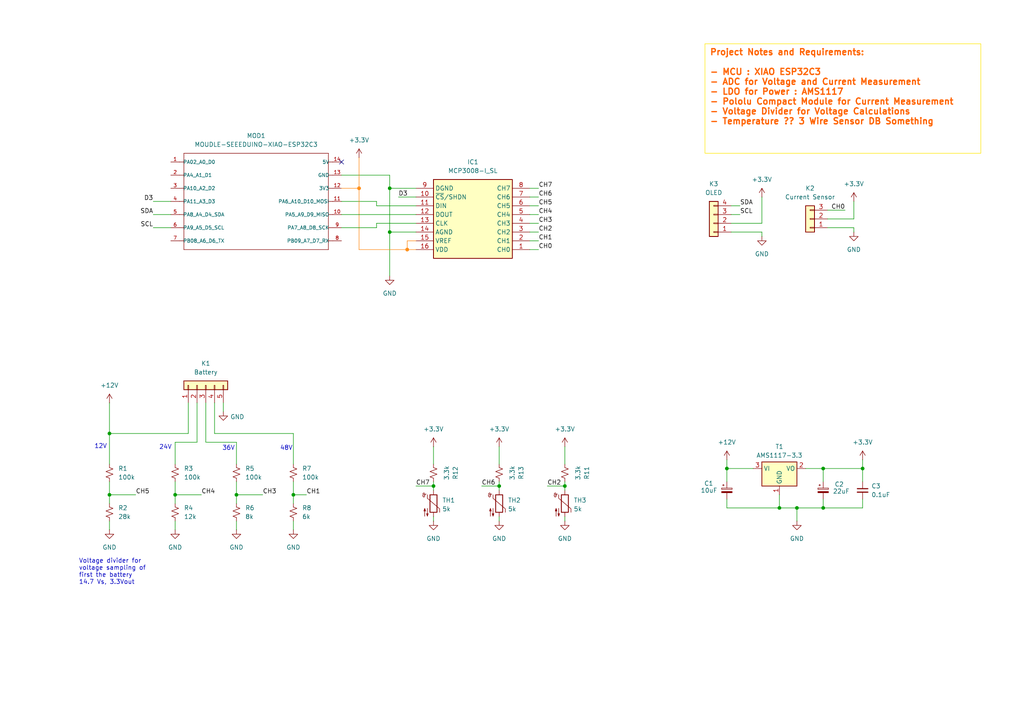
<source format=kicad_sch>
(kicad_sch (version 20231120) (generator "eeschema") (generator_version "8.0")
  (paper "A4")
  (title_block (title "Pb Monitor") (date "2025-01-29") (rev "v1.0") (company "Elektor") (comment 1 "Saad Imtiaz"))
  (lib_symbols
    (symbol "Connector_Generic:Conn_01x03" (pin_names (offset 1.016) hide)
      (property "Reference" "J" (at 0 5.08 0))
      (property "Value" "Conn_01x03" (at 0 -5.08 0))
      (symbol "Conn_01x03_1_1"
        (rectangle (start -1.27 -2.413) (end 0 -2.667) (stroke (width 0.1524)))
        (rectangle (start -1.27 0.127) (end 0 -0.127) (stroke (width 0.1524)))
        (rectangle (start -1.27 2.667) (end 0 2.413) (stroke (width 0.1524)))
        (rectangle (start -1.27 3.81) (end 1.27 -3.81) (stroke (width 0.254)) (fill (type background)))
        (pin passive line (at -5.08 2.54 0) (length 3.81) (name "Pin_1") (number "1"))
        (pin passive line (at -5.08 0 0) (length 3.81) (name "Pin_2") (number "2"))
        (pin passive line (at -5.08 -2.54 0) (length 3.81) (name "Pin_3") (number "3"))
      )
    )
    (symbol "Connector_Generic:Conn_01x04" (pin_names (offset 1.016) hide)
      (property "Reference" "J" (at 0 5.08 0))
      (property "Value" "Conn_01x04" (at 0 -7.62 0))
      (symbol "Conn_01x04_1_1"
        (rectangle (start -1.27 -4.953) (end 0 -5.207) (stroke (width 0.1524)))
        (rectangle (start -1.27 -2.413) (end 0 -2.667) (stroke (width 0.1524)))
        (rectangle (start -1.27 0.127) (end 0 -0.127) (stroke (width 0.1524)))
        (rectangle (start -1.27 2.667) (end 0 2.413) (stroke (width 0.1524)))
        (rectangle (start -1.27 3.81) (end 1.27 -6.35) (stroke (width 0.254)) (fill (type background)))
        (pin passive line (at -5.08 2.54 0) (length 3.81) (name "Pin_1") (number "1"))
        (pin passive line (at -5.08 0 0) (length 3.81) (name "Pin_2") (number "2"))
        (pin passive line (at -5.08 -2.54 0) (length 3.81) (name "Pin_3") (number "3"))
        (pin passive line (at -5.08 -5.08 0) (length 3.81) (name "Pin_4") (number "4"))
      )
    )
    (symbol "Connector_Generic:Conn_01x05" (pin_names (offset 1.016) hide)
      (property "Reference" "J" (at 0 7.62 0))
      (property "Value" "Conn_01x05" (at 0 -7.62 0))
      (symbol "Conn_01x05_1_1"
        (rectangle (start -1.27 -4.953) (end 0 -5.207) (stroke (width 0.1524)))
        (rectangle (start -1.27 -2.413) (end 0 -2.667) (stroke (width 0.1524)))
        (rectangle (start -1.27 0.127) (end 0 -0.127) (stroke (width 0.1524)))
        (rectangle (start -1.27 2.667) (end 0 2.413) (stroke (width 0.1524)))
        (rectangle (start -1.27 5.207) (end 0 4.953) (stroke (width 0.1524)))
        (rectangle (start -1.27 6.35) (end 1.27 -6.35) (stroke (width 0.254)) (fill (type background)))
        (pin passive line (at -5.08 5.08 0) (length 3.81) (name "Pin_1") (number "1"))
        (pin passive line (at -5.08 2.54 0) (length 3.81) (name "Pin_2") (number "2"))
        (pin passive line (at -5.08 0 0) (length 3.81) (name "Pin_3") (number "3"))
        (pin passive line (at -5.08 -2.54 0) (length 3.81) (name "Pin_4") (number "4"))
        (pin passive line (at -5.08 -5.08 0) (length 3.81) (name "Pin_5") (number "5"))
      )
    )
    (symbol "Device:C_Polarized_Small" (pin_numbers hide) (pin_names (offset 0.254) hide)
      (property "Reference" "C" (at 0.254 1.778 0))
      (property "Value" "C_Polarized_Small" (at 0.254 -2.032 0))
      (symbol "C_Polarized_Small_0_1"
        (rectangle (start -1.524 -0.3048) (end 1.524 -0.6858) (fill (type outline)))
        (rectangle (start -1.524 0.6858) (end 1.524 0.3048))
        (polyline (pts (xy -1.27 1.524) (xy -0.762 1.524)))
        (polyline (pts (xy -1.016 1.27) (xy -1.016 1.778)))
      )
      (symbol "C_Polarized_Small_1_1"
        (pin passive line (at 0 2.54 270) (length 1.8542) (name "~") (number "1"))
        (pin passive line (at 0 -2.54 90) (length 1.8542) (name "~") (number "2"))
      )
    )
    (symbol "Device:C_Small" (pin_numbers hide) (pin_names (offset 0.254) hide)
      (property "Reference" "C" (at 0.254 1.778 0))
      (property "Value" "C_Small" (at 0.254 -2.032 0))
      (symbol "C_Small_0_1"
        (polyline (pts (xy -1.524 -0.508) (xy 1.524 -0.508)) (stroke (width 0.3302)))
        (polyline (pts (xy -1.524 0.508) (xy 1.524 0.508)) (stroke (width 0.3048)))
      )
      (symbol "C_Small_1_1"
        (pin passive line (at 0 2.54 270) (length 2.032) (name "~") (number "1"))
        (pin passive line (at 0 -2.54 90) (length 2.032) (name "~") (number "2"))
      )
    )
    (symbol "Device:R_Small_US" (pin_numbers hide) (pin_names (offset 0.254) hide)
      (property "Reference" "R" (at 0.762 0.508 0))
      (property "Value" "R_Small_US" (at 0.762 -1.016 0))
      (symbol "R_Small_US_1_1"
        (polyline (pts (xy 0 0) (xy 1.016 -0.381) (xy 0 -0.762) (xy -1.016 -1.143) (xy 0 -1.524)))
        (polyline (pts (xy 0 1.524) (xy 1.016 1.143) (xy 0 0.762) (xy -1.016 0.381) (xy 0 0)))
        (pin passive line (at 0 2.54 270) (length 1.016) (name "~") (number "1"))
        (pin passive line (at 0 -2.54 90) (length 1.016) (name "~") (number "2"))
      )
    )
    (symbol "Device:Thermistor_NTC" (pin_numbers hide) (pin_names (offset 0))
      (property "Reference" "TH" (at -4.445 0 90))
      (property "Value" "Thermistor_NTC" (at 3.175 0 90))
      (symbol "Thermistor_NTC_0_1"
        (arc (start -3.048 2.159) (mid -3.0495 2.3143) (end -3.175 2.413))
        (arc (start -3.048 2.159) (mid -2.9736 1.9794) (end -2.794 1.905))
        (arc (start -3.048 2.794) (mid -2.9736 2.6144) (end -2.794 2.54))
        (arc (start -2.794 1.905) (mid -2.6144 1.9794) (end -2.54 2.159))
        (arc (start -2.794 2.54) (mid -2.4393 2.5587) (end -2.159 2.794))
        (arc (start -2.794 3.048) (mid -2.9736 2.9736) (end -3.048 2.794))
        (arc (start -2.54 2.794) (mid -2.6144 2.9736) (end -2.794 3.048))
        (rectangle (start -1.016 2.54) (end 1.016 -2.54) (stroke (width 0.254)))
        (polyline (pts (xy -2.54 2.159) (xy -2.54 2.794)))
        (polyline (pts (xy -1.778 2.54) (xy -1.778 1.524) (xy 1.778 -1.524) (xy 1.778 -2.54)))
        (polyline (pts (xy -2.54 -3.683) (xy -2.54 -1.397) (xy -2.794 -2.159) (xy -2.286 -2.159) (xy -2.54 -1.397) (xy -2.54 -1.651)) (fill (type outline)))
        (polyline (pts (xy -1.778 -1.397) (xy -1.778 -3.683) (xy -2.032 -2.921) (xy -1.524 -2.921) (xy -1.778 -3.683) (xy -1.778 -3.429)) (fill (type outline)))
      )
      (symbol "Thermistor_NTC_1_1"
        (pin passive line (at 0 3.81 270) (length 1.27) (name "~") (number "1"))
        (pin passive line (at 0 -3.81 90) (length 1.27) (name "~") (number "2"))
      )
    )
    (symbol "MOUDLE-SEEEDUINO-XIAO-ESP32C3:MOUDLE-SEEEDUINO-XIAO-ESP32C3" (pin_names (offset 1.016))
      (property "Reference" "U" (at -21.59 15.24 0))
      (property "Value" "MOUDLE-SEEEDUINO-XIAO-ESP32C3" (at -21.59 13.97 0))
      (symbol "MOUDLE-SEEEDUINO-XIAO-ESP32C3_0_0"
        (polyline (pts (xy -21.59 -13.97) (xy -21.59 0)) (stroke (width 0.1524)))
        (polyline (pts (xy -21.59 -11.43) (xy -22.86 -11.43)) (stroke (width 0.1524)))
        (polyline (pts (xy -21.59 -7.62) (xy -22.86 -7.62)) (stroke (width 0.1524)))
        (polyline (pts (xy -21.59 -3.81) (xy -22.86 -3.81)) (stroke (width 0.1524)))
        (polyline (pts (xy -21.59 0) (xy -22.86 0)) (stroke (width 0.1524)))
        (polyline (pts (xy -21.59 0) (xy -21.59 3.81)) (stroke (width 0.1524)))
        (polyline (pts (xy -21.59 3.81) (xy -22.86 3.81)) (stroke (width 0.1524)))
        (polyline (pts (xy -21.59 3.81) (xy -21.59 7.62)) (stroke (width 0.1524)))
        (polyline (pts (xy -21.59 7.62) (xy -22.86 7.62)) (stroke (width 0.1524)))
        (polyline (pts (xy -21.59 7.62) (xy -21.59 11.43)) (stroke (width 0.1524)))
        (polyline (pts (xy -21.59 11.43) (xy -22.86 11.43)) (stroke (width 0.1524)))
        (polyline (pts (xy -21.59 11.43) (xy -21.59 13.97)) (stroke (width 0.1524)))
        (polyline (pts (xy -21.59 13.97) (xy 20.32 13.97)) (stroke (width 0.1524)))
        (polyline (pts (xy 20.32 -13.97) (xy -21.59 -13.97)) (stroke (width 0.1524)))
        (polyline (pts (xy 20.32 3.81) (xy 20.32 -13.97)) (stroke (width 0.1524)))
        (polyline (pts (xy 20.32 7.62) (xy 20.32 3.81)) (stroke (width 0.1524)))
        (polyline (pts (xy 20.32 11.43) (xy 20.32 7.62)) (stroke (width 0.1524)))
        (polyline (pts (xy 20.32 13.97) (xy 20.32 11.43)) (stroke (width 0.1524)))
        (polyline (pts (xy 21.59 -11.43) (xy 20.32 -11.43)) (stroke (width 0.1524)))
        (polyline (pts (xy 21.59 -7.62) (xy 20.32 -7.62)) (stroke (width 0.1524)))
        (polyline (pts (xy 21.59 -3.81) (xy 20.32 -3.81)) (stroke (width 0.1524)))
        (polyline (pts (xy 21.59 0) (xy 20.32 0)) (stroke (width 0.1524)))
        (polyline (pts (xy 21.59 3.81) (xy 20.32 3.81)) (stroke (width 0.1524)))
        (polyline (pts (xy 21.59 7.62) (xy 20.32 7.62)) (stroke (width 0.1524)))
        (polyline (pts (xy 21.59 11.43) (xy 20.32 11.43)) (stroke (width 0.1524)))
        (pin bidirectional line (at -25.4 11.43 0) (length 2.54) (name "PA02_A0_D0") (number "1"))
        (pin bidirectional line (at 24.13 -3.81 180) (length 2.54) (name "PA5_A9_D9_MISO") (number "10"))
        (pin bidirectional line (at 24.13 0 180) (length 2.54) (name "PA6_A10_D10_MOSI") (number "11"))
        (pin bidirectional line (at 24.13 3.81 180) (length 2.54) (name "3V3") (number "12"))
        (pin bidirectional line (at 24.13 7.62 180) (length 2.54) (name "GND") (number "13"))
        (pin bidirectional line (at 24.13 11.43 180) (length 2.54) (name "5V") (number "14"))
        (pin bidirectional line (at -25.4 7.62 0) (length 2.54) (name "PA4_A1_D1") (number "2"))
        (pin bidirectional line (at -25.4 3.81 0) (length 2.54) (name "PA10_A2_D2") (number "3"))
        (pin bidirectional line (at -25.4 0 0) (length 2.54) (name "PA11_A3_D3") (number "4"))
        (pin bidirectional line (at -25.4 -3.81 0) (length 2.54) (name "PA8_A4_D4_SDA") (number "5"))
        (pin bidirectional line (at -25.4 -7.62 0) (length 2.54) (name "PA9_A5_D5_SCL") (number "6"))
        (pin bidirectional line (at -25.4 -11.43 0) (length 2.54) (name "PB08_A6_D6_TX") (number "7"))
        (pin bidirectional line (at 24.13 -11.43 180) (length 2.54) (name "PB09_A7_D7_RX") (number "8"))
        (pin bidirectional line (at 24.13 -7.62 180) (length 2.54) (name "PA7_A8_D8_SCK") (number "9"))
      )
    )
    (symbol "Regulator_Linear:AMS1117-3.3"
      (property "Reference" "U" (at -3.81 3.175 0))
      (property "Value" "AMS1117-3.3" (at 0 3.175 0))
      (symbol "AMS1117-3.3_0_1"
        (rectangle (start -5.08 -5.08) (end 5.08 1.905) (stroke (width 0.254)) (fill (type background)))
      )
      (symbol "AMS1117-3.3_1_1"
        (pin power_in line (at 0 -7.62 90) (length 2.54) (name "GND") (number "1"))
        (pin power_out line (at 7.62 0 180) (length 2.54) (name "VO") (number "2"))
        (pin power_in line (at -7.62 0 0) (length 2.54) (name "VI") (number "3"))
      )
    )
    (symbol "SamacSys_Parts:MCP3008-I_SL"
      (property "Reference" "IC" (at 29.21 7.62 0))
      (property "Value" "MCP3008-I_SL" (at 29.21 5.08 0))
      (symbol "MCP3008-I_SL_1_1"
        (rectangle (start 5.08 2.54) (end 27.94 -20.32) (stroke (width 0.254)) (fill (type background)))
        (pin passive line (at 0 0 0) (length 5.08) (name "CH0") (number "1"))
        (pin passive line (at 33.02 -15.24 180) (length 5.08) (name "~{CS}/SHDN") (number "10"))
        (pin passive line (at 33.02 -12.7 180) (length 5.08) (name "DIN") (number "11"))
        (pin passive line (at 33.02 -10.16 180) (length 5.08) (name "DOUT") (number "12"))
        (pin passive line (at 33.02 -7.62 180) (length 5.08) (name "CLK") (number "13"))
        (pin passive line (at 33.02 -5.08 180) (length 5.08) (name "AGND") (number "14"))
        (pin passive line (at 33.02 -2.54 180) (length 5.08) (name "VREF") (number "15"))
        (pin passive line (at 33.02 0 180) (length 5.08) (name "VDD") (number "16"))
        (pin passive line (at 0 -2.54 0) (length 5.08) (name "CH1") (number "2"))
        (pin passive line (at 0 -5.08 0) (length 5.08) (name "CH2") (number "3"))
        (pin passive line (at 0 -7.62 0) (length 5.08) (name "CH3") (number "4"))
        (pin passive line (at 0 -10.16 0) (length 5.08) (name "CH4") (number "5"))
        (pin passive line (at 0 -12.7 0) (length 5.08) (name "CH5") (number "6"))
        (pin passive line (at 0 -15.24 0) (length 5.08) (name "CH6") (number "7"))
        (pin passive line (at 0 -17.78 0) (length 5.08) (name "CH7") (number "8"))
        (pin passive line (at 33.02 -17.78 180) (length 5.08) (name "DGND") (number "9"))
      )
    )
    (symbol "power:+12V" (power) (pin_numbers hide) (pin_names (offset 0) hide)
      (property "Value" "+12V" (at 0 3.556 0))
      (symbol "+12V_0_1"
        (polyline (pts (xy -0.762 1.27) (xy 0 2.54)))
        (polyline (pts (xy 0 0) (xy 0 2.54)))
        (polyline (pts (xy 0 2.54) (xy 0.762 1.27)))
      )
      (symbol "+12V_1_1"
        (pin power_in line (at 0 0 90) (length 0) (name "~") (number "1"))
      )
    )
    (symbol "power:+3.3V" (power) (pin_numbers hide) (pin_names (offset 0) hide)
      (property "Value" "+3.3V" (at 0 3.556 0))
      (symbol "+3.3V_0_1"
        (polyline (pts (xy -0.762 1.27) (xy 0 2.54)))
        (polyline (pts (xy 0 0) (xy 0 2.54)))
        (polyline (pts (xy 0 2.54) (xy 0.762 1.27)))
      )
      (symbol "+3.3V_1_1"
        (pin power_in line (at 0 0 90) (length 0) (name "~") (number "1"))
      )
    )
    (symbol "power:GND" (power) (pin_numbers hide) (pin_names (offset 0) hide)
      (property "Value" "GND" (at 0 -3.81 0))
      (symbol "GND_0_1"
        (polyline (pts (xy 0 0) (xy 0 -1.27) (xy 1.27 -1.27) (xy 0 -2.54) (xy -1.27 -1.27) (xy 0 -1.27)))
      )
      (symbol "GND_1_1"
        (pin power_in line (at 0 0 270) (length 0) (name "~") (number "1"))
      )
    )
  )
  (junction (at 31.75 125.73))
  (junction (at 118.11 72.39) (color 255 135 16 1))
  (junction (at 50.8 143.51))
  (junction (at 85.09 143.51))
  (junction (at 231.14 147.32))
  (junction (at 250.19 135.89))
  (junction (at 163.83 140.97))
  (junction (at 104.14 54.61) (color 255 135 16 1))
  (junction (at 210.82 135.89))
  (junction (at 144.78 140.97))
  (junction (at 113.03 67.31))
  (junction (at 68.58 143.51))
  (junction (at 125.73 140.97))
  (junction (at 238.76 135.89))
  (junction (at 31.75 143.51))
  (junction (at 113.03 54.61))
  (junction (at 238.76 147.32))
  (junction (at 226.06 147.32))
  (no_connect (at 99.06 46.99))
  (wire (pts (xy 238.76 144.78) (xy 238.76 147.32)))
  (wire (pts (xy 238.76 147.32) (xy 250.19 147.32)))
  (wire (pts (xy 233.68 135.89) (xy 238.76 135.89)))
  (wire (pts (xy 156.21 67.31) (xy 153.67 67.31)))
  (wire (pts (xy 104.14 54.61) (xy 104.14 72.39)) (stroke (width 0) (color 255 135 16 1)))
  (wire (pts (xy 50.8 128.27) (xy 57.15 128.27)))
  (wire (pts (xy 210.82 147.32) (xy 226.06 147.32)))
  (wire (pts (xy 44.45 66.04) (xy 49.53 66.04)))
  (wire (pts (xy 210.82 133.35) (xy 210.82 135.89)))
  (wire (pts (xy 220.98 57.15) (xy 220.98 64.77)))
  (wire (pts (xy 163.83 149.86) (xy 163.83 151.13)))
  (wire (pts (xy 125.73 129.54) (xy 125.73 134.62)))
  (wire (pts (xy 68.58 151.13) (xy 68.58 153.67)))
  (wire (pts (xy 120.65 140.97) (xy 125.73 140.97)))
  (wire (pts (xy 104.14 45.72) (xy 104.14 54.61)) (stroke (width 0) (color 255 135 16 1)))
  (wire (pts (xy 109.22 64.77) (xy 109.22 66.04)))
  (wire (pts (xy 240.03 60.96) (xy 245.11 60.96)))
  (wire (pts (xy 44.45 58.42) (xy 49.53 58.42)))
  (wire (pts (xy 247.65 63.5) (xy 240.03 63.5)))
  (wire (pts (xy 144.78 129.54) (xy 144.78 134.62)))
  (wire (pts (xy 115.57 57.15) (xy 120.65 57.15)))
  (wire (pts (xy 44.45 62.23) (xy 49.53 62.23)))
  (wire (pts (xy 99.06 58.42) (xy 109.22 58.42)))
  (wire (pts (xy 85.09 143.51) (xy 88.9 143.51)))
  (wire (pts (xy 31.75 139.7) (xy 31.75 143.51)))
  (wire (pts (xy 210.82 135.89) (xy 218.44 135.89)))
  (wire (pts (xy 250.19 144.78) (xy 250.19 147.32)))
  (wire (pts (xy 214.63 59.69) (xy 212.09 59.69)))
  (wire (pts (xy 156.21 59.69) (xy 153.67 59.69)))
  (wire (pts (xy 68.58 139.7) (xy 68.58 143.51)))
  (wire (pts (xy 50.8 128.27) (xy 50.8 134.62)))
  (wire (pts (xy 144.78 139.7) (xy 144.78 140.97)))
  (wire (pts (xy 250.19 133.35) (xy 250.19 135.89)))
  (wire (pts (xy 50.8 143.51) (xy 58.42 143.51)))
  (wire (pts (xy 54.61 125.73) (xy 54.61 116.84)))
  (wire (pts (xy 85.09 125.73) (xy 62.23 125.73)))
  (wire (pts (xy 59.69 128.27) (xy 59.69 116.84)))
  (wire (pts (xy 31.75 125.73) (xy 31.75 134.62)))
  (wire (pts (xy 85.09 125.73) (xy 85.09 134.62)))
  (wire (pts (xy 214.63 62.23) (xy 212.09 62.23)))
  (wire (pts (xy 212.09 64.77) (xy 220.98 64.77)))
  (wire (pts (xy 68.58 128.27) (xy 68.58 134.62)))
  (wire (pts (xy 68.58 143.51) (xy 76.2 143.51)))
  (wire (pts (xy 31.75 151.13) (xy 31.75 153.67)))
  (wire (pts (xy 118.11 72.39) (xy 120.65 72.39)) (stroke (width 0) (color 255 135 16 1)))
  (wire (pts (xy 118.11 69.85) (xy 118.11 72.39)) (stroke (width 0) (color 255 135 16 1)))
  (wire (pts (xy 113.03 67.31) (xy 120.65 67.31)))
  (wire (pts (xy 231.14 147.32) (xy 238.76 147.32)))
  (wire (pts (xy 64.77 119.38) (xy 64.77 116.84)))
  (wire (pts (xy 144.78 140.97) (xy 144.78 142.24)))
  (wire (pts (xy 250.19 139.7) (xy 250.19 135.89)))
  (wire (pts (xy 68.58 128.27) (xy 59.69 128.27)))
  (wire (pts (xy 57.15 128.27) (xy 57.15 116.84)))
  (wire (pts (xy 212.09 67.31) (xy 220.98 67.31)))
  (wire (pts (xy 238.76 135.89) (xy 238.76 139.7)))
  (wire (pts (xy 99.06 50.8) (xy 113.03 50.8)))
  (wire (pts (xy 226.06 143.51) (xy 226.06 147.32)))
  (wire (pts (xy 68.58 143.51) (xy 68.58 146.05)))
  (wire (pts (xy 109.22 66.04) (xy 99.06 66.04)))
  (wire (pts (xy 113.03 54.61) (xy 113.03 67.31)))
  (wire (pts (xy 231.14 151.13) (xy 231.14 147.32)))
  (wire (pts (xy 50.8 139.7) (xy 50.8 143.51)))
  (wire (pts (xy 113.03 54.61) (xy 120.65 54.61)))
  (wire (pts (xy 158.75 140.97) (xy 163.83 140.97)))
  (wire (pts (xy 85.09 143.51) (xy 85.09 146.05)))
  (wire (pts (xy 240.03 66.04) (xy 247.65 66.04)))
  (wire (pts (xy 247.65 66.04) (xy 247.65 67.31)))
  (wire (pts (xy 139.7 140.97) (xy 144.78 140.97)))
  (wire (pts (xy 156.21 72.39) (xy 153.67 72.39)))
  (wire (pts (xy 163.83 139.7) (xy 163.83 140.97)))
  (wire (pts (xy 109.22 59.69) (xy 120.65 59.69)))
  (wire (pts (xy 31.75 125.73) (xy 54.61 125.73)))
  (wire (pts (xy 85.09 139.7) (xy 85.09 143.51)))
  (wire (pts (xy 156.21 57.15) (xy 153.67 57.15)))
  (wire (pts (xy 144.78 149.86) (xy 144.78 151.13)))
  (wire (pts (xy 220.98 67.31) (xy 220.98 68.58)))
  (wire (pts (xy 120.65 69.85) (xy 118.11 69.85)) (stroke (width 0) (color 255 135 16 1)))
  (wire (pts (xy 156.21 54.61) (xy 153.67 54.61)))
  (wire (pts (xy 156.21 62.23) (xy 153.67 62.23)))
  (wire (pts (xy 125.73 140.97) (xy 125.73 142.24)))
  (wire (pts (xy 247.65 58.42) (xy 247.65 63.5)))
  (wire (pts (xy 156.21 64.77) (xy 153.67 64.77)))
  (wire (pts (xy 104.14 72.39) (xy 118.11 72.39)) (stroke (width 0) (color 255 135 16 1)))
  (wire (pts (xy 113.03 67.31) (xy 113.03 80.01)))
  (wire (pts (xy 104.14 54.61) (xy 99.06 54.61)) (stroke (width 0) (color 255 135 16 1)))
  (wire (pts (xy 99.06 62.23) (xy 120.65 62.23)))
  (wire (pts (xy 31.75 116.84) (xy 31.75 125.73)))
  (wire (pts (xy 109.22 59.69) (xy 109.22 58.42)))
  (wire (pts (xy 231.14 147.32) (xy 226.06 147.32)))
  (wire (pts (xy 109.22 64.77) (xy 120.65 64.77)))
  (wire (pts (xy 210.82 144.78) (xy 210.82 147.32)))
  (wire (pts (xy 156.21 69.85) (xy 153.67 69.85)))
  (wire (pts (xy 163.83 129.54) (xy 163.83 134.62)))
  (wire (pts (xy 125.73 149.86) (xy 125.73 151.13)))
  (wire (pts (xy 85.09 151.13) (xy 85.09 153.67)))
  (wire (pts (xy 163.83 140.97) (xy 163.83 142.24)))
  (wire (pts (xy 50.8 151.13) (xy 50.8 153.67)))
  (wire (pts (xy 238.76 135.89) (xy 250.19 135.89)))
  (wire (pts (xy 62.23 125.73) (xy 62.23 116.84)))
  (wire (pts (xy 125.73 139.7) (xy 125.73 140.97)))
  (wire (pts (xy 31.75 143.51) (xy 31.75 146.05)))
  (wire (pts (xy 210.82 135.89) (xy 210.82 139.7)))
  (wire (pts (xy 31.75 143.51) (xy 39.37 143.51)))
  (wire (pts (xy 50.8 143.51) (xy 50.8 146.05)))
  (wire (pts (xy 113.03 50.8) (xy 113.03 54.61)))
  (text_box "Project Notes and Requirements: \n\n- MCU : XIAO ESP32C3\n- ADC for Voltage and Current Measurement\n- LDO for Power : AMS1117\n- Pololu Compact Module for Current Measurement \n- Voltage Divider for Voltage Calculations\n- Temperature ?? 3 Wire Sensor DB Something\n" (at 204.47 12.7 0) (size 80.01 31.75) (stroke (width 0) (color 255 231 7 1)) (effects (font (size 1.778 1.778) (thickness 0.3556) (bold yes)) (justify left top)))
  (text "36V" (at 66.294 130.048 0) (effects (font (size 1.27 1.27))))
  (text "48V" (at 83.058 130.048 0) (effects (font (size 1.27 1.27))))
  (text "Voltage divider for \nvoltage sampling of \nfirst the battery \n14.7 Vs, 3.3Vout" (at 22.86 165.862 0) (effects (font (size 1.27 1.27)) (justify left)))
  (text "24V" (at 48.006 129.794 0) (effects (font (size 1.27 1.27))))
  (text "12V" (at 29.21 129.54 0) (effects (font (size 1.27 1.27))))
  (label "CH2" (at 156.21 67.31 0))
  (label "CH0" (at 245.11 60.96 180))
  (label "CH4" (at 156.21 62.23 0))
  (label "CH5" (at 156.21 59.69 0))
  (label "CH6" (at 156.21 57.15 0))
  (label "SCL" (at 214.63 62.23 0))
  (label "CH4" (at 58.42 143.51 0))
  (label "CH1" (at 156.21 69.85 0))
  (label "CH7" (at 156.21 54.61 0))
  (label "CH3" (at 76.2 143.51 0))
  (label "SDA" (at 44.45 62.23 180))
  (label "SDA" (at 214.63 59.69 0))
  (label "CH1" (at 88.9 143.51 0))
  (label "CH6" (at 139.7 140.97 0))
  (label "CH3" (at 156.21 64.77 0))
  (label "CH0" (at 156.21 72.39 0))
  (label "SCL" (at 44.45 66.04 180))
  (label "D3" (at 44.45 58.42 180))
  (label "D3" (at 115.57 57.15 0))
  (label "CH7" (at 120.65 140.97 0))
  (label "CH2" (at 158.75 140.97 0))
  (label "CH5" (at 39.37 143.51 0))
  (symbol (lib_id "SamacSys_Parts:MCP3008-I_SL") (at 153.67 72.39 180) (unit 1)
    (property "Reference" "IC1" (at 137.16 46.99 0))
    (property "Value" "MCP3008-I_SL" (at 137.16 49.53 0))
    (property "Footprint" "SOIC127P600X175-16N" (effects (hide yes)))
    (property "Datasheet" "https://datasheet.datasheetarchive.com/originals/distributors/Datasheets-DGA17/1031059.pdf" (effects (hide yes)))
    (property "Description" "10-bit ADC, 8-channel, SPI Microchip MCP3008-I/SL, 10 bit Serial ADC, Differential Input, 16-Pin SOIC" (effects (hide yes)))
    (property "Height" "1.75" (effects (hide yes)))
    (property "Manufacturer_Name" "Microchip" (effects (hide yes)))
    (property "Manufacturer_Part_Number" "MCP3008-I/SL" (effects (hide yes)))
    (property "Arrow Part Number" "MCP3008-I/SL" (effects (hide yes)))
    (property "Arrow Price/Stock" "https://www.arrow.com/en/products/mcp3008-isl/microchip-technology?utm_currency=USD&region=nac" (effects (hide yes)))
  )
  (symbol (lib_id "Connector_Generic:Conn_01x04") (at 207.01 64.77 180) (unit 1)
    (property "Reference" "K3" (at 207.01 53.34 0))
    (property "Value" "OLED" (at 207.01 55.88 0))
    (property "Footprint" "Connector_PinHeader_2.54mm:PinHeader_1x04_P2.54mm_Vertical" (effects (hide yes)))
    (property "Description" "Generic connector, single row, 01x04, script generated (kicad-library-utils/schlib/autogen/connector/)" (effects (hide yes)))
  )
  (symbol (lib_id "power:+3.3V") (at 125.73 129.54 0) (unit 1)
    (property "Reference" "#PWR025" (effects (hide yes)))
    (property "Value" "+3.3V" (at 125.73 124.46 0))
    (property "Description" "Power symbol creates a global label with name \"+3.3V\"" (effects (hide yes)))
  )
  (symbol (lib_id "power:GND") (at 125.73 151.13 0) (unit 1)
    (property "Reference" "#PWR023" (effects (hide yes)))
    (property "Value" "GND" (at 125.73 156.21 0))
    (property "Description" "Power symbol creates a global label with name \"GND\" , ground" (effects (hide yes)))
  )
  (symbol (lib_id "power:GND") (at 31.75 153.67 0) (unit 1)
    (property "Reference" "#PWR06" (effects (hide yes)))
    (property "Value" "GND" (at 31.75 158.75 0))
    (property "Description" "Power symbol creates a global label with name \"GND\" , ground" (effects (hide yes)))
  )
  (symbol (lib_id "power:GND") (at 163.83 151.13 0) (unit 1)
    (property "Reference" "#PWR021" (effects (hide yes)))
    (property "Value" "GND" (at 163.83 156.21 0))
    (property "Description" "Power symbol creates a global label with name \"GND\" , ground" (effects (hide yes)))
  )
  (symbol (lib_id "power:GND") (at 231.14 151.13 0) (unit 1)
    (property "Reference" "#PWR02" (effects (hide yes)))
    (property "Value" "GND" (at 231.14 156.21 0))
    (property "Description" "Power symbol creates a global label with name \"GND\" , ground" (effects (hide yes)))
  )
  (symbol (lib_id "power:GND") (at 220.98 68.58 0) (unit 1)
    (property "Reference" "#PWR013" (effects (hide yes)))
    (property "Value" "GND" (at 220.98 73.66 0))
    (property "Description" "Power symbol creates a global label with name \"GND\" , ground" (effects (hide yes)))
  )
  (symbol (lib_id "Device:C_Polarized_Small") (at 238.76 142.24 0) (unit 1)
    (property "Reference" "C2" (at 242.062 140.462 0) (effects (justify left)))
    (property "Value" "22uF" (at 241.554 142.494 0) (effects (justify left)))
    (property "Footprint" "Capacitor_THT:CP_Radial_D4.0mm_P1.50mm" (effects (hide yes)))
    (property "Description" "Polarized capacitor, small symbol" (effects (hide yes)))
  )
  (symbol (lib_id "Device:Thermistor_NTC") (at 163.83 146.05 0) (unit 1)
    (property "Reference" "TH3" (at 166.37 145.0974 0) (effects (justify left)))
    (property "Value" "5k" (at 166.37 147.6374 0) (effects (justify left)))
    (property "Footprint" "Resistor_THT:R_Axial_DIN0204_L3.6mm_D1.6mm_P2.54mm_Vertical" (effects (hide yes)))
    (property "Description" "Temperature dependent resistor, negative temperature coefficient" (effects (hide yes)))
  )
  (symbol (lib_id "power:+3.3V") (at 104.14 45.72 0) (unit 1)
    (property "Reference" "#PWR04" (effects (hide yes)))
    (property "Value" "+3.3V" (at 104.14 40.64 0))
    (property "Description" "Power symbol creates a global label with name \"+3.3V\"" (effects (hide yes)))
  )
  (symbol (lib_id "power:+3.3V") (at 163.83 129.54 0) (unit 1)
    (property "Reference" "#PWR022" (effects (hide yes)))
    (property "Value" "+3.3V" (at 163.83 124.46 0))
    (property "Description" "Power symbol creates a global label with name \"+3.3V\"" (effects (hide yes)))
  )
  (symbol (lib_id "power:+12V") (at 31.75 116.84 0) (unit 1)
    (property "Reference" "#PWR05" (effects (hide yes)))
    (property "Value" "+12V" (at 31.75 111.76 0))
    (property "Description" "Power symbol creates a global label with name \"+12V\"" (effects (hide yes)))
  )
  (symbol (lib_id "power:+12V") (at 210.82 133.35 0) (unit 1)
    (property "Reference" "#PWR01" (effects (hide yes)))
    (property "Value" "+12V" (at 210.82 128.27 0))
    (property "Description" "Power symbol creates a global label with name \"+12V\"" (effects (hide yes)))
  )
  (symbol (lib_id "Device:R_Small_US") (at 31.75 137.16 0) (unit 1)
    (property "Reference" "R1" (at 34.29 135.8899 0) (effects (justify left)))
    (property "Value" "100k" (at 34.29 138.4299 0) (effects (justify left)))
    (property "Footprint" "Resistor_THT:R_Axial_DIN0204_L3.6mm_D1.6mm_P2.54mm_Vertical" (effects (hide yes)))
    (property "Description" "Resistor, small US symbol" (effects (hide yes)))
  )
  (symbol (lib_id "Device:R_Small_US") (at 50.8 148.59 0) (unit 1)
    (property "Reference" "R4" (at 53.34 147.3199 0) (effects (justify left)))
    (property "Value" "12k" (at 53.34 149.8599 0) (effects (justify left)))
    (property "Footprint" "Resistor_THT:R_Axial_DIN0204_L3.6mm_D1.6mm_P2.54mm_Vertical" (effects (hide yes)))
    (property "Description" "Resistor, small US symbol" (effects (hide yes)))
  )
  (symbol (lib_id "Connector_Generic:Conn_01x03") (at 234.95 63.5 180) (unit 1)
    (property "Reference" "K2" (at 234.95 54.61 0))
    (property "Value" "Current Sensor" (at 234.95 57.15 0))
    (property "Footprint" "Connector_PinHeader_2.54mm:PinHeader_1x03_P2.54mm_Vertical" (effects (hide yes)))
    (property "Description" "Generic connector, single row, 01x03, script generated (kicad-library-utils/schlib/autogen/connector/)" (effects (hide yes)))
  )
  (symbol (lib_id "power:GND") (at 50.8 153.67 0) (unit 1)
    (property "Reference" "#PWR08" (effects (hide yes)))
    (property "Value" "GND" (at 50.8 158.75 0))
    (property "Description" "Power symbol creates a global label with name \"GND\" , ground" (effects (hide yes)))
  )
  (symbol (lib_id "Regulator_Linear:AMS1117-3.3") (at 226.06 135.89 0) (unit 1)
    (property "Reference" "T1" (at 226.06 129.54 0))
    (property "Value" "AMS1117-3.3" (at 226.06 132.08 0))
    (property "Footprint" "Package_TO_SOT_SMD:SOT-223-3_TabPin2" (effects (hide yes)))
    (property "Datasheet" "http://www.advanced-monolithic.com/pdf/ds1117.pdf" (effects (hide yes)))
    (property "Description" "1A Low Dropout regulator, positive, 3.3V fixed output, SOT-223" (effects (hide yes)))
  )
  (symbol (lib_id "Device:Thermistor_NTC") (at 125.73 146.05 0) (unit 1)
    (property "Reference" "TH1" (at 128.27 145.0974 0) (effects (justify left)))
    (property "Value" "5k" (at 128.27 147.6374 0) (effects (justify left)))
    (property "Footprint" "Connector_JST:JST_XH_B2B-XH-A_1x02_P2.50mm_Vertical" (effects (hide yes)))
    (property "Description" "Temperature dependent resistor, negative temperature coefficient" (effects (hide yes)))
  )
  (symbol (lib_id "power:GND") (at 247.65 67.31 0) (unit 1)
    (property "Reference" "#PWR015" (effects (hide yes)))
    (property "Value" "GND" (at 247.65 72.39 0))
    (property "Description" "Power symbol creates a global label with name \"GND\" , ground" (effects (hide yes)))
  )
  (symbol (lib_id "Device:C_Small") (at 250.19 142.24 0) (unit 1)
    (property "Reference" "C3" (at 252.73 140.9762 0) (effects (justify left)))
    (property "Value" "0.1uF" (at 252.73 143.5162 0) (effects (justify left)))
    (property "Footprint" "Capacitor_SMD:C_0805_2012Metric_Pad1.18x1.45mm_HandSolder" (effects (hide yes)))
    (property "Description" "Unpolarized capacitor, small symbol" (effects (hide yes)))
  )
  (symbol (lib_id "Device:C_Polarized_Small") (at 210.82 142.24 0) (unit 1)
    (property "Reference" "C1" (at 204.216 140.208 0) (effects (justify left)))
    (property "Value" "10uF" (at 203.2 142.24 0) (effects (justify left)))
    (property "Footprint" "Capacitor_THT:CP_Radial_D4.0mm_P1.50mm" (effects (hide yes)))
    (property "Description" "Polarized capacitor, small symbol" (effects (hide yes)))
  )
  (symbol (lib_id "Device:R_Small_US") (at 163.83 137.16 0) (unit 1)
    (property "Reference" "R11" (at 170.18 137.16 90))
    (property "Value" "3.3k" (at 167.64 137.16 90))
    (property "Footprint" "Resistor_THT:R_Axial_DIN0204_L3.6mm_D1.6mm_P2.54mm_Vertical" (effects (hide yes)))
    (property "Description" "Resistor, small US symbol" (effects (hide yes)))
  )
  (symbol (lib_id "Device:R_Small_US") (at 50.8 137.16 0) (unit 1)
    (property "Reference" "R3" (at 53.34 135.8899 0) (effects (justify left)))
    (property "Value" "100k" (at 53.34 138.4299 0) (effects (justify left)))
    (property "Footprint" "Resistor_THT:R_Axial_DIN0204_L3.6mm_D1.6mm_P2.54mm_Vertical" (effects (hide yes)))
    (property "Description" "Resistor, small US symbol" (effects (hide yes)))
  )
  (symbol (lib_id "power:GND") (at 144.78 151.13 0) (unit 1)
    (property "Reference" "#PWR024" (effects (hide yes)))
    (property "Value" "GND" (at 144.78 156.21 0))
    (property "Description" "Power symbol creates a global label with name \"GND\" , ground" (effects (hide yes)))
  )
  (symbol (lib_id "Device:R_Small_US") (at 144.78 137.16 0) (unit 1)
    (property "Reference" "R13" (at 151.13 137.16 90))
    (property "Value" "3.3k" (at 148.59 137.16 90))
    (property "Footprint" "Resistor_THT:R_Axial_DIN0204_L3.6mm_D1.6mm_P2.54mm_Vertical" (effects (hide yes)))
    (property "Description" "Resistor, small US symbol" (effects (hide yes)))
  )
  (symbol (lib_id "Device:R_Small_US") (at 85.09 148.59 0) (unit 1)
    (property "Reference" "R8" (at 87.63 147.3199 0) (effects (justify left)))
    (property "Value" "6k" (at 87.63 149.8599 0) (effects (justify left)))
    (property "Footprint" "Resistor_THT:R_Axial_DIN0204_L3.6mm_D1.6mm_P2.54mm_Vertical" (effects (hide yes)))
    (property "Description" "Resistor, small US symbol" (effects (hide yes)))
  )
  (symbol (lib_id "MOUDLE-SEEEDUINO-XIAO-ESP32C3:MOUDLE-SEEEDUINO-XIAO-ESP32C3") (at 74.93 58.42 0) (unit 1)
    (property "Reference" "MOD1" (at 74.295 39.37 0))
    (property "Value" "MOUDLE-SEEEDUINO-XIAO-ESP32C3" (at 74.295 41.91 0))
    (property "Footprint" "lib:XIAO-ESP32C3-DIP" (effects (hide yes)))
  )
  (symbol (lib_id "power:GND") (at 85.09 153.67 0) (unit 1)
    (property "Reference" "#PWR011" (effects (hide yes)))
    (property "Value" "GND" (at 85.09 158.75 0))
    (property "Description" "Power symbol creates a global label with name \"GND\" , ground" (effects (hide yes)))
  )
  (symbol (lib_id "Device:R_Small_US") (at 85.09 137.16 0) (unit 1)
    (property "Reference" "R7" (at 87.63 135.8899 0) (effects (justify left)))
    (property "Value" "100k" (at 87.63 138.4299 0) (effects (justify left)))
    (property "Footprint" "Resistor_THT:R_Axial_DIN0204_L3.6mm_D1.6mm_P2.54mm_Vertical" (effects (hide yes)))
    (property "Description" "Resistor, small US symbol" (effects (hide yes)))
  )
  (symbol (lib_id "Device:R_Small_US") (at 68.58 137.16 0) (unit 1)
    (property "Reference" "R5" (at 71.12 135.8899 0) (effects (justify left)))
    (property "Value" "100k" (at 71.12 138.4299 0) (effects (justify left)))
    (property "Footprint" "Resistor_THT:R_Axial_DIN0204_L3.6mm_D1.6mm_P2.54mm_Vertical" (effects (hide yes)))
    (property "Description" "Resistor, small US symbol" (effects (hide yes)))
  )
  (symbol (lib_id "Connector_Generic:Conn_01x05") (at 59.69 111.76 90) (unit 1)
    (property "Reference" "K1" (at 59.69 105.41 90))
    (property "Value" "Battery" (at 59.69 107.95 90))
    (property "Footprint" "TerminalBlock:TerminalBlock_Xinya_XY308-2.54-5P_1x05_P2.54mm_Horizontal" (effects (hide yes)))
    (property "Description" "Generic connector, single row, 01x05, script generated (kicad-library-utils/schlib/autogen/connector/)" (effects (hide yes)))
  )
  (symbol (lib_id "power:GND") (at 64.77 119.38 0) (unit 1)
    (property "Reference" "#PWR09" (effects (hide yes)))
    (property "Value" "GND" (at 68.834 120.904 0))
    (property "Description" "Power symbol creates a global label with name \"GND\" , ground" (effects (hide yes)))
  )
  (symbol (lib_id "power:+3.3V") (at 250.19 133.35 0) (unit 1)
    (property "Reference" "#PWR03" (effects (hide yes)))
    (property "Value" "+3.3V" (at 250.19 128.27 0))
    (property "Description" "Power symbol creates a global label with name \"+3.3V\"" (effects (hide yes)))
  )
  (symbol (lib_id "power:GND") (at 68.58 153.67 0) (unit 1)
    (property "Reference" "#PWR010" (effects (hide yes)))
    (property "Value" "GND" (at 68.58 158.75 0))
    (property "Description" "Power symbol creates a global label with name \"GND\" , ground" (effects (hide yes)))
  )
  (symbol (lib_id "Device:R_Small_US") (at 68.58 148.59 0) (unit 1)
    (property "Reference" "R6" (at 71.12 147.3199 0) (effects (justify left)))
    (property "Value" "8k" (at 71.12 149.8599 0) (effects (justify left)))
    (property "Footprint" "Resistor_THT:R_Axial_DIN0204_L3.6mm_D1.6mm_P2.54mm_Vertical" (effects (hide yes)))
    (property "Description" "Resistor, small US symbol" (effects (hide yes)))
  )
  (symbol (lib_id "power:+3.3V") (at 144.78 129.54 0) (unit 1)
    (property "Reference" "#PWR026" (effects (hide yes)))
    (property "Value" "+3.3V" (at 144.78 124.46 0))
    (property "Description" "Power symbol creates a global label with name \"+3.3V\"" (effects (hide yes)))
  )
  (symbol (lib_id "Device:R_Small_US") (at 125.73 137.16 0) (unit 1)
    (property "Reference" "R12" (at 132.08 137.16 90))
    (property "Value" "3.3k" (at 129.54 137.16 90))
    (property "Footprint" "Resistor_THT:R_Axial_DIN0204_L3.6mm_D1.6mm_P2.54mm_Vertical" (effects (hide yes)))
    (property "Description" "Resistor, small US symbol" (effects (hide yes)))
  )
  (symbol (lib_id "Device:Thermistor_NTC") (at 144.78 146.05 0) (unit 1)
    (property "Reference" "TH2" (at 147.32 145.0974 0) (effects (justify left)))
    (property "Value" "5k" (at 147.32 147.6374 0) (effects (justify left)))
    (property "Footprint" "Connector_JST:JST_XH_B2B-XH-A_1x02_P2.50mm_Vertical" (effects (hide yes)))
    (property "Description" "Temperature dependent resistor, negative temperature coefficient" (effects (hide yes)))
  )
  (symbol (lib_id "power:GND") (at 113.03 80.01 0) (unit 1)
    (property "Reference" "#PWR07" (effects (hide yes)))
    (property "Value" "GND" (at 113.03 85.09 0))
    (property "Description" "Power symbol creates a global label with name \"GND\" , ground" (effects (hide yes)))
  )
  (symbol (lib_id "power:+3.3V") (at 247.65 58.42 0) (unit 1)
    (property "Reference" "#PWR014" (effects (hide yes)))
    (property "Value" "+3.3V" (at 247.65 53.34 0))
    (property "Description" "Power symbol creates a global label with name \"+3.3V\"" (effects (hide yes)))
  )
  (symbol (lib_id "Device:R_Small_US") (at 31.75 148.59 0) (unit 1)
    (property "Reference" "R2" (at 34.29 147.3199 0) (effects (justify left)))
    (property "Value" "28k" (at 34.29 149.8599 0) (effects (justify left)))
    (property "Footprint" "Resistor_THT:R_Axial_DIN0204_L3.6mm_D1.6mm_P2.54mm_Vertical" (effects (hide yes)))
    (property "Description" "Resistor, small US symbol" (effects (hide yes)))
  )
  (symbol (lib_id "power:+3.3V") (at 220.98 57.15 0) (unit 1)
    (property "Reference" "#PWR012" (effects (hide yes)))
    (property "Value" "+3.3V" (at 220.98 52.07 0))
    (property "Description" "Power symbol creates a global label with name \"+3.3V\"" (effects (hide yes)))
  )
  (sheet (at 298.45 12.7) (size 39.37 19.05) (stroke (width 0.1524))
    (property "Sheetname" "Power-Buck Converter-NOT USED" (at 298.45 11.9884 0) (effects (justify left bottom)))
    (property "Sheetfile" "untitled.kicad_sch" (at 298.45 32.3346 0) (effects (justify left top)))
  )
)
</source>
